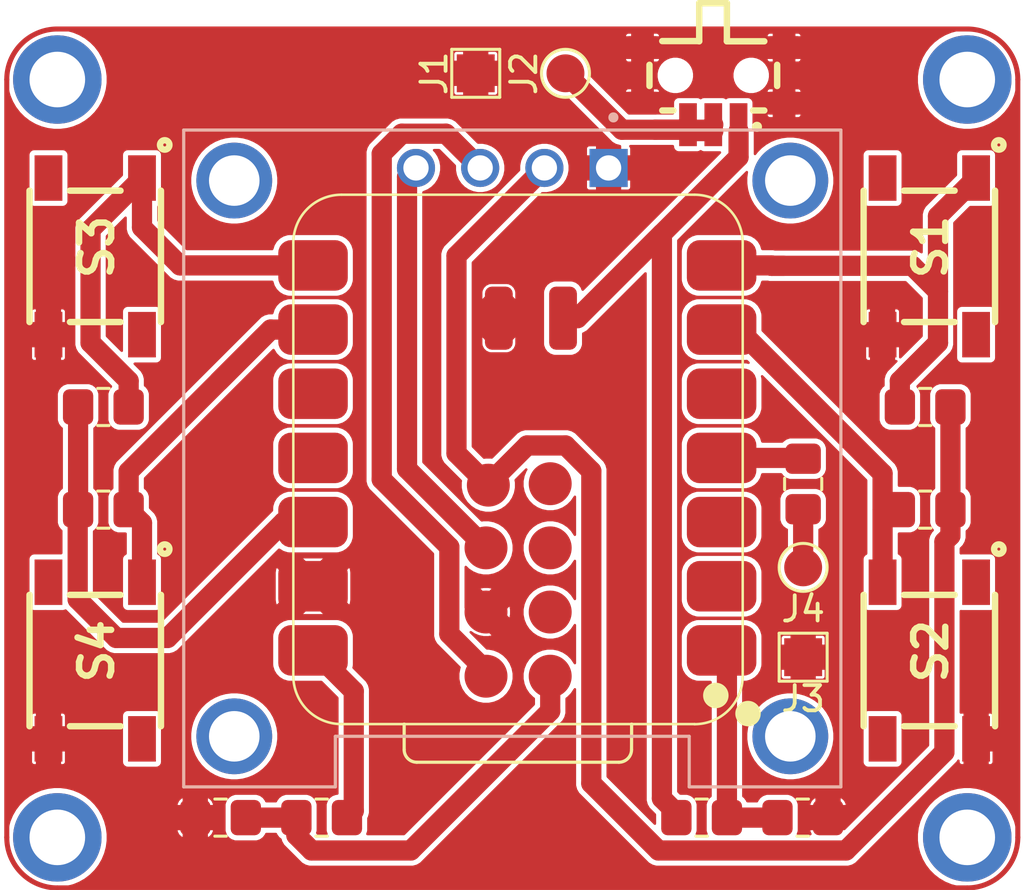
<source format=kicad_pcb>
(kicad_pcb (version 20241229) (generator "pcbnew") (generator_version "9.0")
  (layers (0 "F.Cu" signal) (2 "B.Cu" signal) (13 "F.Paste" user) (15 "B.Paste" user) (5 "F.SilkS" user "F.Silkscreen") (7 "B.SilkS" user "B.Silkscreen") (1 "F.Mask" user) (3 "B.Mask" user) (25 "Edge.Cuts" user))
  (net 0 "")
  (net 14 "GND")
  (net 15 "+BATT")
  (net 16 "SPK")
  (net 17 "DIV_BATT")
  (net 18 "+BATT_SW")
  (net 19 "DIV_CHARGE")
  (net 20 "+5V")
  (net 21 "+3V3")
  (net 22 "PB2")
  (net 23 "PB1")
  (net 24 "PB3")
  (net 25 "PB4")
  (net 26 "SCL")
  (net 27 "SDA")
  (net 28 "Net-(J4-Pin_1)")
  (footprint "MountingHole:MountingHole_2.2mm_M2_ISO7380_Pad_TopBottom" (layer "F.Cu") (at 134 64)
    (property "Reference" "REF**" (hide yes))
    (property "Value" "MountingHole_2.2mm_M2_ISO7380_Pad_TopBottom" (hide yes))
    (pad "1" thru_hole circle (at 0 0) (size 2.6 2.6) (drill 2.2) (layers "*.Cu" "*.Mask"))
    (pad "1" connect circle (at 0 0) (size 3.5 3.5) (layers "F.Cu" "F.Mask"))
    (pad "1" connect circle (at 0 0) (size 3.5 3.5) (layers "B.Cu" "B.Mask"))
  )
  (footprint "Library:SKQGAKE010" (layer "F.Cu") (at 99.5 71 -90)
    (property "Reference" "S3" (at -0.37 -0.055 90) (layer "F.SilkS") (effects (font (size 1.27 1.27) (thickness 0.254))))
    (property "Value" "SKQGAKE010" (hide yes))
    (fp_line (start -2.6 2.6) (end 2.6 2.6) (stroke (width 0.254)) (layer "F.SilkS"))
    (fp_line (start -2.6 -1) (end -2.6 1) (stroke (width 0.254)) (layer "F.SilkS"))
    (fp_line (start 2.6 -1) (end 2.6 1) (stroke (width 0.254)) (layer "F.SilkS"))
    (fp_line (start -2.6 -2.6) (end 2.6 -2.6) (stroke (width 0.254)) (layer "F.SilkS"))
    (fp_circle (center -4.411 -2.749) (end -4.411 -2.68933) (stroke (width 0.254)) (fill no) (layer "F.SilkS"))
    (pad "1" smd rect (at -3.1 -1.85) (size 1.1 1.8) (layers "F.Cu" "F.Mask" "F.Paste") (net 24 "PB3"))
    (pad "2" smd rect (at 3.1 -1.85) (size 1.1 1.8) (layers "F.Cu" "F.Mask" "F.Paste"))
    (pad "3" smd rect (at -3.1 1.85) (size 1.1 1.8) (layers "F.Cu" "F.Mask" "F.Paste"))
    (pad "4" smd rect (at 3.1 1.85) (size 1.1 1.8) (layers "F.Cu" "F.Mask" "F.Paste") (net 14 "GND"))
  )
  (footprint "TestPoint:TestPoint_Pad_D1.5mm" (layer "F.Cu") (at 127.508 83.312 180)
    (property "Reference" "J4" (at 0 -1.648 0) (layer "F.SilkS"))
    (property "Value" "SPK")
    (fp_circle (center 0 0) (end 0 0.95) (stroke (width 0.12)) (fill no) (layer "F.SilkS"))
    (pad "1" smd circle (at 0 0 180) (size 1.5 1.5) (layers "F.Cu" "F.Mask") (net 28 "Net-(J4-Pin_1)"))
  )
  (footprint "PCB_K3-1293S-E2:SW-TH_K3-1293S-E2" (layer "F.Cu") (at 123.952 64.262 -90)
    (property "Reference" "SW1" (hide yes))
    (property "Value" "K3-1293S-E2" (hide yes))
    (fp_line (start -0.0066 2.524) (end -0.8442 2.524) (stroke (width 0.254)) (layer "F.SilkS"))
    (fp_line (start -1.784 2.0189) (end -1.784 0.557) (stroke (width 0.254)) (layer "F.SilkS"))
    (fp_line (start 0.963 1.5811) (end 0.963 2.0189) (stroke (width 0.254)) (layer "F.SilkS"))
    (fp_line (start -3.283 0.557) (end -1.7753 0.557) (stroke (width 0.254)) (layer "F.SilkS"))
    (fp_line (start -3.283 -0.5388) (end -3.283 0.557) (stroke (width 0.254)) (layer "F.SilkS"))
    (fp_line (start -1.7753 -0.5388) (end -3.283 -0.5388) (stroke (width 0.254)) (layer "F.SilkS"))
    (fp_line (start -1.7753 -0.5388) (end -1.7753 -2.0188) (stroke (width 0.254)) (layer "F.SilkS"))
    (fp_line (start 0.963 -2.0188) (end 0.963 -1.5811) (stroke (width 0.254)) (layer "F.SilkS"))
    (fp_line (start -0.8442 -2.527) (end -0.0066 -2.527) (stroke (width 0.254)) (layer "F.SilkS"))
    (fp_circle (center 1.609 -1.728) (end 1.7091 -1.728) (stroke (width 0.2)) (fill no) (layer "F.SilkS"))
    (pad "" np_thru_hole circle (at -0.4253 -1.5011 270) (size 0.9 0.9) (drill 0.9) (layers "*.Cu" "*.Mask"))
    (pad "" np_thru_hole circle (at -0.4253 1.5011 270) (size 0.9 0.9) (drill 0.9) (layers "*.Cu" "*.Mask"))
    (pad "1" smd rect (at 1.5254 -1 270) (size 1.7 0.7) (layers "F.Cu" "F.Mask" "F.Paste") (net 18 "+BATT_SW"))
    (pad "2" smd rect (at 1.5254 0 270) (size 1.7 0.7) (layers "F.Cu" "F.Mask" "F.Paste") (net 15 "+BATT"))
    (pad "3" smd rect (at 1.5254 1 270) (size 1.7 0.7) (layers "F.Cu" "F.Mask" "F.Paste") (net 15 "+BATT"))
    (pad "4" smd rect (at -1.5253 2.8001) (size 1.1 0.9) (layers "F.Cu" "F.Mask" "F.Paste") (net 14 "GND"))
    (pad "5" smd rect (at 0.6745 2.8001) (size 1.1 0.9) (layers "F.Cu" "F.Mask" "F.Paste") (net 14 "GND"))
    (pad "6" smd rect (at 0.6745 -2.8001) (size 1.1 0.9) (layers "F.Cu" "F.Mask" "F.Paste") (net 14 "GND"))
    (pad "7" smd rect (at -1.5253 -2.8001) (size 1.1 0.9) (layers "F.Cu" "F.Mask" "F.Paste") (net 14 "GND"))
  )
  (footprint "Resistor_SMD:R_0805_2012Metric_Pad1.20x1.40mm_HandSolder" (layer "F.Cu") (at 123.492 93.218)
    (property "Reference" "R2" (hide yes))
    (property "Value" "R" (hide yes))
    (fp_line (start -0.227064 -0.735) (end 0.227064 -0.735) (stroke (width 0.12)) (layer "F.SilkS"))
    (fp_line (start -0.227064 0.735) (end 0.227064 0.735) (stroke (width 0.12)) (layer "F.SilkS"))
    (pad "1" smd roundrect (at -1 0) (size 1.2 1.4) (layers "F.Cu" "F.Mask" "F.Paste") (roundrect_rratio 0.208333) (net 18 "+BATT_SW"))
    (pad "2" smd roundrect (at 1 0) (size 1.2 1.4) (layers "F.Cu" "F.Mask" "F.Paste") (roundrect_rratio 0.208333) (net 17 "DIV_BATT"))
  )
  (footprint "Resistor_SMD:R_0805_2012Metric_Pad1.20x1.40mm_HandSolder" (layer "F.Cu") (at 104.458 93.218 180)
    (property "Reference" "R4" (hide yes))
    (property "Value" "R" (hide yes))
    (fp_line (start -0.227064 0.735) (end 0.227064 0.735) (stroke (width 0.12)) (layer "F.SilkS"))
    (fp_line (start -0.227064 -0.735) (end 0.227064 -0.735) (stroke (width 0.12)) (layer "F.SilkS"))
    (pad "1" smd roundrect (at -1 0 180) (size 1.2 1.4) (layers "F.Cu" "F.Mask" "F.Paste") (roundrect_rratio 0.208333) (net 19 "DIV_CHARGE"))
    (pad "2" smd roundrect (at 1 0 180) (size 1.2 1.4) (layers "F.Cu" "F.Mask" "F.Paste") (roundrect_rratio 0.208333) (net 14 "GND"))
  )
  (footprint "TestPoint:TestPoint_Pad_D1.5mm" (layer "F.Cu") (at 118.104 63.754 90)
    (property "Reference" "J2" (at 0 -1.648 90) (layer "F.SilkS"))
    (property "Value" "BAT")
    (fp_circle (center 0 0) (end 0 0.95) (stroke (width 0.12)) (fill no) (layer "F.SilkS"))
    (pad "1" smd circle (at 0 0 90) (size 1.5 1.5) (layers "F.Cu" "F.Mask") (net 15 "+BATT"))
  )
  (footprint "MountingHole:MountingHole_2.2mm_M2_ISO7380_Pad_TopBottom" (layer "F.Cu") (at 98 94)
    (property "Reference" "REF**" (hide yes))
    (property "Value" "MountingHole_2.2mm_M2_ISO7380_Pad_TopBottom" (hide yes))
    (pad "1" thru_hole circle (at 0 0) (size 2.6 2.6) (drill 2.2) (layers "*.Cu" "*.Mask"))
    (pad "1" connect circle (at 0 0) (size 3.5 3.5) (layers "F.Cu" "F.Mask"))
    (pad "1" connect circle (at 0 0) (size 3.5 3.5) (layers "B.Cu" "B.Mask"))
  )
  (footprint "Resistor_SMD:R_0805_2012Metric_Pad1.20x1.40mm_HandSolder" (layer "F.Cu") (at 127.508 80.01 -90)
    (property "Reference" "R9" (hide yes))
    (property "Value" "R" (hide yes))
    (fp_line (start -0.227064 0.735) (end 0.227064 0.735) (stroke (width 0.12)) (layer "F.SilkS"))
    (fp_line (start -0.227064 -0.735) (end 0.227064 -0.735) (stroke (width 0.12)) (layer "F.SilkS"))
    (pad "1" smd roundrect (at -1 0 270) (size 1.2 1.4) (layers "F.Cu" "F.Mask" "F.Paste") (roundrect_rratio 0.208333) (net 16 "SPK"))
    (pad "2" smd roundrect (at 1 0 270) (size 1.2 1.4) (layers "F.Cu" "F.Mask" "F.Paste") (roundrect_rratio 0.208333) (net 28 "Net-(J4-Pin_1)"))
  )
  (footprint "MountingHole:MountingHole_2.2mm_M2_ISO7380_Pad_TopBottom" (layer "F.Cu") (at 134 94)
    (property "Reference" "REF**" (hide yes))
    (property "Value" "MountingHole_2.2mm_M2_ISO7380_Pad_TopBottom" (hide yes))
    (pad "1" thru_hole circle (at 0 0) (size 2.6 2.6) (drill 2.2) (layers "*.Cu" "*.Mask"))
    (pad "1" connect circle (at 0 0) (size 3.5 3.5) (layers "F.Cu" "F.Mask"))
    (pad "1" connect circle (at 0 0) (size 3.5 3.5) (layers "B.Cu" "B.Mask"))
  )
  (footprint "Library:XIAO-ESP32C6-SMD" (layer "F.Cu") (at 116 79 180)
    (property "Reference" "U1" (hide yes))
    (property "Value" "XIAO-ESP32-S3-SMD" (hide yes))
    (fp_line (start 8.6634 8.5345) (end 8.6634 -8.6105) (stroke (width 0.1)) (layer "F.SilkS"))
    (fp_line (start 6.7584 -10.5155) (end -7.2116 -10.5155) (stroke (width 0.1)) (layer "F.SilkS"))
    (fp_line (start 4.2774 -11.5255) (end 4.2774 -10.5155) (stroke (width 0.127)) (layer "F.SilkS"))
    (fp_line (start -4.217872 -12.0255) (end 3.7774 -12.0255) (stroke (width 0.127)) (layer "F.SilkS"))
    (fp_line (start -4.7216 -10.5155) (end -4.717872 -11.525772) (stroke (width 0.127)) (layer "F.SilkS"))
    (fp_line (start -7.2116 10.4395) (end 6.7584 10.4395) (stroke (width 0.1)) (layer "F.SilkS"))
    (fp_line (start -9.1166 8.5345) (end -9.1166 -8.6105) (stroke (width 0.1)) (layer "F.SilkS"))
    (fp_arc (start 8.6634 8.5345) (mid 8.105438 9.881538) (end 6.7584 10.4395) (stroke (width 0.1)) (layer "F.SilkS"))
    (fp_arc (start 6.7584 -10.5155) (mid 8.105438 -9.957538) (end 8.6634 -8.6105) (stroke (width 0.1)) (layer "F.SilkS"))
    (fp_arc (start 3.7774 -12.0255) (mid 4.130953 -11.879053) (end 4.2774 -11.5255) (stroke (width 0.127)) (layer "F.SilkS"))
    (fp_arc (start -4.717872 -11.525772) (mid -4.571324 -11.879144) (end -4.217872 -12.0255) (stroke (width 0.127)) (layer "F.SilkS"))
    (fp_arc (start -7.2116 10.4395) (mid -8.558638 9.881538) (end -9.1166 8.5345) (stroke (width 0.1)) (layer "F.SilkS"))
    (fp_arc (start -9.1166 -8.6145) (mid -8.558638 -9.961538) (end -7.2116 -10.5195) (stroke (width 0.1)) (layer "F.SilkS"))
    (fp_circle (center -8.0526 -9.3825) (end -8.0526 -9.6365) (stroke (width 0.5)) (fill yes) (layer "F.SilkS"))
    (fp_circle (center -9.3266 -10.0995) (end -9.3266 -10.3535) (stroke (width 0.5)) (fill yes) (layer "F.SilkS"))
    (pad "1" smd roundrect (at -8.2816 -7.5985 180) (size 2.75 2) (layers "F.Cu" "F.Mask" "F.Paste") (net 17 "DIV_BATT"))
    (pad "2" smd roundrect (at -8.2816 -5.0585 180) (size 2.75 2) (layers "F.Cu" "F.Mask" "F.Paste"))
    (pad "3" smd roundrect (at -8.2816 -2.5185 180) (size 2.75 2) (layers "F.Cu" "F.Mask" "F.Paste"))
    (pad "4" smd roundrect (at -8.2816 0.0215 180) (size 2.75 2) (layers "F.Cu" "F.Mask" "F.Paste") (net 16 "SPK"))
    (pad "5" smd roundrect (at -8.2816 2.5615 180) (size 2.75 2) (layers "F.Cu" "F.Mask" "F.Paste"))
    (pad "6" smd roundrect (at -8.2816 5.1015 180) (size 2.75 2) (layers "F.Cu" "F.Mask" "F.Paste") (net 22 "PB2"))
    (pad "7" smd roundrect (at -8.2816 7.6415 180) (size 2.75 2) (layers "F.Cu" "F.Mask" "F.Paste") (net 23 "PB1"))
    (pad "8" smd roundrect (at 7.8834 7.6415 180) (size 2.75 2) (layers "F.Cu" "F.Mask" "F.Paste") (net 24 "PB3"))
    (pad "9" smd roundrect (at 7.8834 5.1015 180) (size 2.75 2) (layers "F.Cu" "F.Mask" "F.Paste") (net 25 "PB4"))
    (pad "10" smd roundrect (at 7.8834 2.5615 180) (size 2.75 2) (layers "F.Cu" "F.Mask" "F.Paste"))
    (pad "11" smd roundrect (at 7.8834 0.0215 180) (size 2.75 2) (layers "F.Cu" "F.Mask" "F.Paste"))
    (pad "12" smd roundrect (at 7.8834 -2.5185 180) (size 2.75 2) (layers "F.Cu" "F.Mask" "F.Paste") (net 21 "+3V3"))
    (pad "13" smd roundrect (at 7.8834 -5.0585 180) (size 2.75 2) (layers "F.Cu" "F.Mask" "F.Paste") (net 14 "GND"))
    (pad "14" smd roundrect (at 7.8834 -7.5985 180) (size 2.75 2) (layers "F.Cu" "F.Mask" "F.Paste") (net 20 "+5V"))
    (pad "15" smd roundrect (at -2.008 5.5532 90) (size 2.5 1.1) (layers "F.Cu" "F.Mask" "F.Paste") (net 18 "+BATT_SW"))
    (pad "16" smd roundrect (at 0.532 5.5532 90) (size 2.5 1.1) (layers "F.Cu" "F.Mask" "F.Paste") (net 14 "GND"))
    (pad "17" smd circle (at -1.5 -8.62 180) (size 1.7 1.7) (layers "F.Cu" "F.Mask" "F.Paste") (net 19 "DIV_CHARGE"))
    (pad "18" smd circle (at 1.04 -8.62 180) (size 1.7 1.7) (layers "F.Cu" "F.Mask" "F.Paste") (net 26 "SCL"))
    (pad "19" smd circle (at -1.5 -6.08 180) (size 1.7 1.7) (layers "F.Cu" "F.Mask" "F.Paste"))
    (pad "20" smd circle (at 1.04 -6.08 180) (size 1.7 1.7) (layers "F.Cu" "F.Mask" "F.Paste") (net 14 "GND"))
    (pad "21" smd circle (at -1.5 -3.54 180) (size 1.7 1.7) (layers "F.Cu" "F.Mask" "F.Paste"))
    (pad "22" smd circle (at 1.04 -3.54 180) (size 1.7 1.7) (layers "F.Cu" "F.Mask" "F.Paste") (net 27 "SDA"))
    (pad "23" smd circle (at -1.5 -1 180) (size 1.7 1.7) (layers "F.Cu" "F.Mask" "F.Paste"))
    (pad "24" smd circle (at 0.9474 -1.0568 180) (size 1.7 1.7) (layers "F.Cu" "F.Mask" "F.Paste") (net 21 "+3V3"))
  )
  (footprint "TestPoint:TestPoint_Pad_1.5x1.5mm" (layer "F.Cu") (at 114.554 63.754 90)
    (property "Reference" "J1" (at 0 -1.648 90) (layer "F.SilkS"))
    (property "Value" "GND")
    (fp_line (start 0.95 -0.95) (end 0.95 0.95) (stroke (width 0.12)) (layer "F.SilkS"))
    (fp_line (start -0.95 -0.95) (end 0.95 -0.95) (stroke (width 0.12)) (layer "F.SilkS"))
    (fp_line (start 0.95 0.95) (end -0.95 0.95) (stroke (width 0.12)) (layer "F.SilkS"))
    (fp_line (start -0.95 0.95) (end -0.95 -0.95) (stroke (width 0.12)) (layer "F.SilkS"))
    (pad "1" smd rect (at 0 0 90) (size 1.5 1.5) (layers "F.Cu" "F.Mask") (net 14 "GND"))
  )
  (footprint "Library:SKQGAKE010" (layer "F.Cu") (at 132.5 71 -90)
    (property "Reference" "S1" (at -0.37 -0.055 90) (layer "F.SilkS") (effects (font (size 1.27 1.27) (thickness 0.254))))
    (property "Value" "SKQGAKE010" (hide yes))
    (fp_line (start -2.6 2.6) (end 2.6 2.6) (stroke (width 0.254)) (layer "F.SilkS"))
    (fp_line (start -2.6 -1) (end -2.6 1) (stroke (width 0.254)) (layer "F.SilkS"))
    (fp_line (start 2.6 -1) (end 2.6 1) (stroke (width 0.254)) (layer "F.SilkS"))
    (fp_line (start -2.6 -2.6) (end 2.6 -2.6) (stroke (width 0.254)) (layer "F.SilkS"))
    (fp_circle (center -4.411 -2.749) (end -4.411 -2.68933) (stroke (width 0.254)) (fill no) (layer "F.SilkS"))
    (pad "1" smd rect (at -3.1 -1.85) (size 1.1 1.8) (layers "F.Cu" "F.Mask" "F.Paste") (net 23 "PB1"))
    (pad "2" smd rect (at 3.1 -1.85) (size 1.1 1.8) (layers "F.Cu" "F.Mask" "F.Paste"))
    (pad "3" smd rect (at -3.1 1.85) (size 1.1 1.8) (layers "F.Cu" "F.Mask" "F.Paste"))
    (pad "4" smd rect (at 3.1 1.85) (size 1.1 1.8) (layers "F.Cu" "F.Mask" "F.Paste") (net 14 "GND"))
  )
  (footprint "Resistor_SMD:R_0805_2012Metric_Pad1.20x1.40mm_HandSolder" (layer "F.Cu") (at 132.334 81.026)
    (property "Reference" "R5" (hide yes))
    (property "Value" "R" (hide yes))
    (fp_line (start -0.227064 -0.735) (end 0.227064 -0.735) (stroke (width 0.12)) (layer "F.SilkS"))
    (fp_line (start -0.227064 0.735) (end 0.227064 0.735) (stroke (width 0.12)) (layer "F.SilkS"))
    (pad "1" smd roundrect (at -1 0) (size 1.2 1.4) (layers "F.Cu" "F.Mask" "F.Paste") (roundrect_rratio 0.208333) (net 22 "PB2"))
    (pad "2" smd roundrect (at 1 0) (size 1.2 1.4) (layers "F.Cu" "F.Mask" "F.Paste") (roundrect_rratio 0.208333) (net 21 "+3V3"))
  )
  (footprint "Resistor_SMD:R_0805_2012Metric_Pad1.20x1.40mm_HandSolder" (layer "F.Cu") (at 99.822 76.962 180)
    (property "Reference" "R7" (hide yes))
    (property "Value" "R" (hide yes))
    (fp_line (start -0.227064 0.735) (end 0.227064 0.735) (stroke (width 0.12)) (layer "F.SilkS"))
    (fp_line (start -0.227064 -0.735) (end 0.227064 -0.735) (stroke (width 0.12)) (layer "F.SilkS"))
    (pad "1" smd roundrect (at -1 0 180) (size 1.2 1.4) (layers "F.Cu" "F.Mask" "F.Paste") (roundrect_rratio 0.208333) (net 24 "PB3"))
    (pad "2" smd roundrect (at 1 0 180) (size 1.2 1.4) (layers "F.Cu" "F.Mask" "F.Paste") (roundrect_rratio 0.208333) (net 21 "+3V3"))
  )
  (footprint "Resistor_SMD:R_0805_2012Metric_Pad1.20x1.40mm_HandSolder" (layer "F.Cu") (at 127.492 93.218)
    (property "Reference" "R1" (hide yes))
    (property "Value" "R" (hide yes))
    (fp_line (start -0.227064 -0.735) (end 0.227064 -0.735) (stroke (width 0.12)) (layer "F.SilkS"))
    (fp_line (start -0.227064 0.735) (end 0.227064 0.735) (stroke (width 0.12)) (layer "F.SilkS"))
    (pad "1" smd roundrect (at -1 0) (size 1.2 1.4) (layers "F.Cu" "F.Mask" "F.Paste") (roundrect_rratio 0.208333) (net 17 "DIV_BATT"))
    (pad "2" smd roundrect (at 1 0) (size 1.2 1.4) (layers "F.Cu" "F.Mask" "F.Paste") (roundrect_rratio 0.208333) (net 14 "GND"))
  )
  (footprint "MountingHole:MountingHole_2.2mm_M2_ISO7380_Pad_TopBottom" (layer "F.Cu") (at 98 64)
    (property "Reference" "REF**" (hide yes))
    (property "Value" "MountingHole_2.2mm_M2_ISO7380_Pad_TopBottom" (hide yes))
    (pad "1" thru_hole circle (at 0 0) (size 2.6 2.6) (drill 2.2) (layers "*.Cu" "*.Mask"))
    (pad "1" connect circle (at 0 0) (size 3.5 3.5) (layers "F.Cu" "F.Mask"))
    (pad "1" connect circle (at 0 0) (size 3.5 3.5) (layers "B.Cu" "B.Mask"))
  )
  (footprint "Library:SKQGAKE010" (layer "F.Cu") (at 132.5 87 -90)
    (property "Reference" "S2" (at -0.37 -0.055 90) (layer "F.SilkS") (effects (font (size 1.27 1.27) (thickness 0.254))))
    (property "Value" "SKQGAKE010" (hide yes))
    (fp_line (start -2.6 2.6) (end 2.6 2.6) (stroke (width 0.254)) (layer "F.SilkS"))
    (fp_line (start -2.6 -1) (end -2.6 1) (stroke (width 0.254)) (layer "F.SilkS"))
    (fp_line (start 2.6 -1) (end 2.6 1) (stroke (width 0.254)) (layer "F.SilkS"))
    (fp_line (start -2.6 -2.6) (end 2.6 -2.6) (stroke (width 0.254)) (layer "F.SilkS"))
    (fp_circle (center -4.411 -2.749) (end -4.411 -2.68933) (stroke (width 0.254)) (fill no) (layer "F.SilkS"))
    (pad "1" smd rect (at -3.1 -1.85) (size 1.1 1.8) (layers "F.Cu" "F.Mask" "F.Paste"))
    (pad "2" smd rect (at 3.1 -1.85) (size 1.1 1.8) (layers "F.Cu" "F.Mask" "F.Paste") (net 14 "GND"))
    (pad "3" smd rect (at -3.1 1.85) (size 1.1 1.8) (layers "F.Cu" "F.Mask" "F.Paste") (net 22 "PB2"))
    (pad "4" smd rect (at 3.1 1.85) (size 1.1 1.8) (layers "F.Cu" "F.Mask" "F.Paste"))
  )
  (footprint "Resistor_SMD:R_0805_2012Metric_Pad1.20x1.40mm_HandSolder" (layer "F.Cu") (at 99.822 81.026 180)
    (property "Reference" "R8" (hide yes))
    (property "Value" "R" (hide yes))
    (fp_line (start -0.227064 0.735) (end 0.227064 0.735) (stroke (width 0.12)) (layer "F.SilkS"))
    (fp_line (start -0.227064 -0.735) (end 0.227064 -0.735) (stroke (width 0.12)) (layer "F.SilkS"))
    (pad "1" smd roundrect (at -1 0 180) (size 1.2 1.4) (layers "F.Cu" "F.Mask" "F.Paste") (roundrect_rratio 0.208333) (net 25 "PB4"))
    (pad "2" smd roundrect (at 1 0 180) (size 1.2 1.4) (layers "F.Cu" "F.Mask" "F.Paste") (roundrect_rratio 0.208333) (net 21 "+3V3"))
  )
  (footprint "Resistor_SMD:R_0805_2012Metric_Pad1.20x1.40mm_HandSolder" (layer "F.Cu") (at 132.334 76.962)
    (property "Reference" "R6" (hide yes))
    (property "Value" "R" (hide yes))
    (fp_line (start -0.227064 -0.735) (end 0.227064 -0.735) (stroke (width 0.12)) (layer "F.SilkS"))
    (fp_line (start -0.227064 0.735) (end 0.227064 0.735) (stroke (width 0.12)) (layer "F.SilkS"))
    (pad "1" smd roundrect (at -1 0) (size 1.2 1.4) (layers "F.Cu" "F.Mask" "F.Paste") (roundrect_rratio 0.208333) (net 23 "PB1"))
    (pad "2" smd roundrect (at 1 0) (size 1.2 1.4) (layers "F.Cu" "F.Mask" "F.Paste") (roundrect_rratio 0.208333) (net 21 "+3V3"))
  )
  (footprint "TestPoint:TestPoint_Pad_1.5x1.5mm" (layer "F.Cu") (at 127.508 86.868 180)
    (property "Reference" "J3" (at 0 -1.648 0) (layer "F.SilkS"))
    (property "Value" "GND")
    (fp_line (start 0.95 0.95) (end -0.95 0.95) (stroke (width 0.12)) (layer "F.SilkS"))
    (fp_line (start 0.95 -0.95) (end 0.95 0.95) (stroke (width 0.12)) (layer "F.SilkS"))
    (fp_line (start -0.95 0.95) (end -0.95 -0.95) (stroke (width 0.12)) (layer "F.SilkS"))
    (fp_line (start -0.95 -0.95) (end 0.95 -0.95) (stroke (width 0.12)) (layer "F.SilkS"))
    (pad "1" smd rect (at 0 0 180) (size 1.5 1.5) (layers "F.Cu" "F.Mask") (net 14 "GND"))
  )
  (footprint "Library:SKQGAKE010" (layer "F.Cu") (at 99.5 87 -90)
    (property "Reference" "S4" (at -0.37 -0.055 90) (layer "F.SilkS") (effects (font (size 1.27 1.27) (thickness 0.254))))
    (property "Value" "SKQGAKE010" (hide yes))
    (fp_line (start -2.6 2.6) (end 2.6 2.6) (stroke (width 0.254)) (layer "F.SilkS"))
    (fp_line (start -2.6 -1) (end -2.6 1) (stroke (width 0.254)) (layer "F.SilkS"))
    (fp_line (start 2.6 -1) (end 2.6 1) (stroke (width 0.254)) (layer "F.SilkS"))
    (fp_line (start -2.6 -2.6) (end 2.6 -2.6) (stroke (width 0.254)) (layer "F.SilkS"))
    (fp_circle (center -4.411 -2.749) (end -4.411 -2.68933) (stroke (width 0.254)) (fill no) (layer "F.SilkS"))
    (pad "1" smd rect (at -3.1 -1.85) (size 1.1 1.8) (layers "F.Cu" "F.Mask" "F.Paste") (net 25 "PB4"))
    (pad "2" smd rect (at 3.1 -1.85) (size 1.1 1.8) (layers "F.Cu" "F.Mask" "F.Paste"))
    (pad "3" smd rect (at -3.1 1.85) (size 1.1 1.8) (layers "F.Cu" "F.Mask" "F.Paste"))
    (pad "4" smd rect (at 3.1 1.85) (size 1.1 1.8) (layers "F.Cu" "F.Mask" "F.Paste") (net 14 "GND"))
  )
  (footprint "Resistor_SMD:R_0805_2012Metric_Pad1.20x1.40mm_HandSolder" (layer "F.Cu") (at 108.458 93.218 180)
    (property "Reference" "R3" (hide yes))
    (property "Value" "R" (hide yes))
    (fp_line (start -0.227064 0.735) (end 0.227064 0.735) (stroke (width 0.12)) (layer "F.SilkS"))
    (fp_line (start -0.227064 -0.735) (end 0.227064 -0.735) (stroke (width 0.12)) (layer "F.SilkS"))
    (pad "1" smd roundrect (at -1 0 180) (size 1.2 1.4) (layers "F.Cu" "F.Mask" "F.Paste") (roundrect_rratio 0.208333) (net 20 "+5V"))
    (pad "2" smd roundrect (at 1 0 180) (size 1.2 1.4) (layers "F.Cu" "F.Mask" "F.Paste") (roundrect_rratio 0.208333) (net 19 "DIV_CHARGE"))
  )
  (footprint "Library:MODULE_DM-OLED096-636" (layer "B.Cu") (at 116 79 180)
    (property "Reference" "U2" (hide yes))
    (property "Value" "DM-OLED096-636" (hide yes))
    (fp_line (start 13 13) (end 13 -13) (stroke (width 0.127)) (layer "B.SilkS"))
    (fp_line (start 13 -13) (end 7 -13) (stroke (width 0.127)) (layer "B.SilkS"))
    (fp_line (start 7 -11) (end -7 -11) (stroke (width 0.127)) (layer "B.SilkS"))
    (fp_line (start 7 -13) (end 7 -11) (stroke (width 0.127)) (layer "B.SilkS"))
    (fp_line (start -7 -11) (end -7 -13) (stroke (width 0.127)) (layer "B.SilkS"))
    (fp_line (start -7 -13) (end -13 -13) (stroke (width 0.127)) (layer "B.SilkS"))
    (fp_line (start -13 13) (end 13 13) (stroke (width 0.127)) (layer "B.SilkS"))
    (fp_line (start -13 -13) (end -13 13) (stroke (width 0.127)) (layer "B.SilkS"))
    (fp_circle (center -4 13.5) (end -3.9 13.5) (stroke (width 0.2)) (fill no) (layer "B.SilkS"))
    (pad "1" thru_hole rect (at -3.81 11.5 180) (size 1.508 1.508) (drill 1) (layers "*.Cu" "*.Mask") (net 14 "GND"))
    (pad "2" thru_hole circle (at -1.27 11.5 180) (size 1.508 1.508) (drill 1) (layers "*.Cu" "*.Mask") (net 21 "+3V3"))
    (pad "3" thru_hole circle (at 1.27 11.5 180) (size 1.508 1.508) (drill 1) (layers "*.Cu" "*.Mask") (net 26 "SCL"))
    (pad "4" thru_hole circle (at 3.81 11.5 180) (size 1.508 1.508) (drill 1) (layers "*.Cu" "*.Mask") (net 27 "SDA"))
    (pad "S1" thru_hole circle (at -11 11 180) (size 3 3) (drill 2) (layers "*.Cu" "*.Mask"))
    (pad "S2" thru_hole circle (at 11 11 180) (size 3 3) (drill 2) (layers "*.Cu" "*.Mask"))
    (pad "S3" thru_hole circle (at 11 -11 180) (size 3 3) (drill 2) (layers "*.Cu" "*.Mask"))
    (pad "S4" thru_hole circle (at -11 -11 180) (size 3 3) (drill 2) (layers "*.Cu" "*.Mask"))
  )
  (gr_line (start 136 64) (end 136 94) (stroke (width 0.2)) (layer "F.Cu") (net 14))
  (gr_arc (start 136 94) (mid 135.414214 95.414214) (end 134 96) (stroke (width 0.2)) (layer "F.Cu") (net 14))
  (gr_line (start 98 62) (end 134 62) (stroke (width 0.2)) (layer "F.Cu") (net 14))
  (gr_arc (start 98 96) (mid 96.585786 95.414214) (end 96 94) (stroke (width 0.2)) (layer "F.Cu") (net 14))
  (gr_line (start 134 96) (end 98 96) (stroke (width 0.2)) (layer "F.Cu") (net 14))
  (gr_line (start 96 94) (end 96 64) (stroke (width 0.2)) (layer "F.Cu") (net 14))
  (gr_arc (start 134 62) (mid 135.414214 62.585786) (end 136 64) (stroke (width 0.2)) (layer "F.Cu") (net 14))
  (gr_arc (start 96 64) (mid 96.585786 62.585786) (end 98 62) (stroke (width 0.2)) (layer "F.Cu") (net 14))
  (segment (start 123.952 66.0414) (end 122.952 66.0414) (width 0.8) (layer "F.Cu") (net 15))
  (segment (start 120.3375 65.9875) (end 118.104 63.754) (width 0.8) (layer "F.Cu") (net 15))
  (segment (start 122.7519 65.9875) (end 121.666 65.9875) (width 0.8) (layer "F.Cu") (net 15))
  (segment (start 122.952 65.7874) (end 122.7519 65.9875) (width 0.8) (layer "F.Cu") (net 15))
  (segment (start 123.952 65.7874) (end 123.7519 65.9875) (width 0.8) (layer "F.Cu") (net 15))
  (segment (start 123.7519 65.9875) (end 121.666 65.9875) (width 0.8) (layer "F.Cu") (net 15))
  (segment (start 121.666 65.9875) (end 120.3375 65.9875) (width 0.8) (layer "F.Cu") (net 15))
  (segment (start 127.4765 78.9785) (end 127.508 79.01) (width 0.8) (layer "F.Cu") (net 16))
  (segment (start 124.2816 78.9785) (end 127.4765 78.9785) (width 0.8) (layer "F.Cu") (net 16))
  (segment (start 124.492 93.218) (end 124.492 86.0349) (width 0.8) (layer "F.Cu") (net 17))
  (segment (start 126.492 93.218) (end 124.492 93.218) (width 0.8) (layer "F.Cu") (net 17))
  (segment (start 124.5 86.8169) (end 124.2816 86.5985) (width 0.8) (layer "F.Cu") (net 17))
  (segment (start 118.5772 73.4468) (end 120.904 71.12) (width 0.8) (layer "F.Cu") (net 18))
  (segment (start 120.904 71.12) (end 124.952 67.072) (width 0.8) (layer "F.Cu") (net 18))
  (segment (start 122.492 93.218) (end 122.492 93.028) (width 0.8) (layer "F.Cu") (net 18))
  (segment (start 122.492 93.028) (end 121.92 92.456) (width 0.8) (layer "F.Cu") (net 18))
  (segment (start 121.92 70.104) (end 120.904 71.12) (width 0.8) (layer "F.Cu") (net 18))
  (segment (start 124.952 67.072) (end 124.952 66.0414) (width 0.8) (layer "F.Cu") (net 18))
  (segment (start 118.008 73.4468) (end 118.5772 73.4468) (width 0.8) (layer "F.Cu") (net 18))
  (segment (start 121.92 92.456) (end 121.92 70.104) (width 0.8) (layer "F.Cu") (net 18))
  (segment (start 117.5 89.002) (end 111.983 94.519) (width 0.8) (layer "F.Cu") (net 19))
  (segment (start 107.458 93.918) (end 107.458 93.218) (width 0.8) (layer "F.Cu") (net 19))
  (segment (start 117.5 87.62) (end 117.5 89.002) (width 0.8) (layer "F.Cu") (net 19))
  (segment (start 108.059 94.519) (end 107.458 93.918) (width 0.8) (layer "F.Cu") (net 19))
  (segment (start 111.983 94.519) (end 108.059 94.519) (width 0.8) (layer "F.Cu") (net 19))
  (segment (start 105.458 93.218) (end 107.458 93.218) (width 0.8) (layer "F.Cu") (net 19))
  (segment (start 109.728 92.948) (end 109.728 88.2099) (width 0.8) (layer "F.Cu") (net 20))
  (segment (start 109.458 93.218) (end 109.728 92.948) (width 0.8) (layer "F.Cu") (net 20))
  (segment (start 109.728 88.2099) (end 108.1166 86.5985) (width 0.8) (layer "F.Cu") (net 20))
  (segment (start 118.11 78.486) (end 119.126 79.502) (width 0.8) (layer "F.Cu") (net 21))
  (segment (start 133.096 82.296) (end 133.334 82.058) (width 0.8) (layer "F.Cu") (net 21))
  (segment (start 116.586 78.486) (end 118.11 78.486) (width 0.8) (layer "F.Cu") (net 21))
  (segment (start 115.0526 80.0194) (end 116.586 78.486) (width 0.8) (layer "F.Cu") (net 21))
  (segment (start 106.9495 81.5185) (end 102.362 86.106) (width 0.8) (layer "F.Cu") (net 21))
  (segment (start 102.362 86.106) (end 100.33 86.106) (width 0.8) (layer "F.Cu") (net 21))
  (segment (start 133.334 82.058) (end 133.334 81.026) (width 0.8) (layer "F.Cu") (net 21))
  (segment (start 98.822 81.026) (end 98.822 76.962) (width 0.8) (layer "F.Cu") (net 21))
  (segment (start 119.126 79.502) (end 119.126 91.862424) (width 0.8) (layer "F.Cu") (net 21))
  (segment (start 121.782576 94.519) (end 129.201424 94.519) (width 0.8) (layer "F.Cu") (net 21))
  (segment (start 108.1166 81.5185) (end 106.9495 81.5185) (width 0.8) (layer "F.Cu") (net 21))
  (segment (start 119.126 91.862424) (end 121.782576 94.519) (width 0.8) (layer "F.Cu") (net 21))
  (segment (start 115.0526 80.0568) (end 115.0526 80.0194) (width 0.8) (layer "F.Cu") (net 21))
  (segment (start 113.792 78.7962) (end 115.0526 80.0568) (width 0.8) (layer "F.Cu") (net 21))
  (segment (start 133.096 90.624424) (end 133.096 82.296) (width 0.8) (layer "F.Cu") (net 21))
  (segment (start 129.201424 94.519) (end 133.096 90.624424) (width 0.8) (layer "F.Cu") (net 21))
  (segment (start 98.806 84.582) (end 98.806 81.264) (width 0.8) (layer "F.Cu") (net 21))
  (segment (start 133.334 76.962) (end 133.334 81.026) (width 0.8) (layer "F.Cu") (net 21))
  (segment (start 113.792 70.978) (end 113.792 78.7962) (width 0.8) (layer "F.Cu") (net 21))
  (segment (start 100.33 86.106) (end 98.806 84.582) (width 0.8) (layer "F.Cu") (net 21))
  (segment (start 117.27 67.5) (end 113.792 70.978) (width 0.8) (layer "F.Cu") (net 21))
  (segment (start 130.65 81.026) (end 130.65 79.596) (width 0.8) (layer "F.Cu") (net 22))
  (segment (start 130.65 79.596) (end 124.9525 73.8985) (width 0.8) (layer "F.Cu") (net 22))
  (segment (start 124.9525 73.8985) (end 124.2816 73.8985) (width 0.8) (layer "F.Cu") (net 22))
  (segment (start 130.65 83.9) (end 130.65 81.026) (width 0.8) (layer "F.Cu") (net 22))
  (segment (start 131.334 81.026) (end 130.65 81.026) (width 0.8) (layer "F.Cu") (net 22))
  (segment (start 131.588 75.676) (end 132.842 74.422) (width 0.8) (layer "F.Cu") (net 23))
  (segment (start 132.842 69.408) (end 134.35 67.9) (width 0.8) (layer "F.Cu") (net 23))
  (segment (start 132.842 71.374) (end 132.842 71.12) (width 0.8) (layer "F.Cu") (net 23))
  (segment (start 126.2421 71.3585) (end 124.2816 71.3585) (width 0.8) (layer "F.Cu") (net 23))
  (segment (start 131.826 71.374) (end 126.2576 71.374) (width 0.8) (layer "F.Cu") (net 23))
  (segment (start 132.842 72.39) (end 131.826 71.374) (width 0.8) (layer "F.Cu") (net 23))
  (segment (start 132.842 74.422) (end 132.842 71.374) (width 0.8) (layer "F.Cu") (net 23))
  (segment (start 126.2576 71.374) (end 126.746 71.374) (width 0.8) (layer "F.Cu") (net 23))
  (segment (start 126.2576 71.374) (end 126.2421 71.3585) (width 0.8) (layer "F.Cu") (net 23))
  (segment (start 131.334 76.962) (end 131.334 75.93) (width 0.8) (layer "F.Cu") (net 23))
  (segment (start 132.842 71.12) (end 132.842 69.408) (width 0.8) (layer "F.Cu") (net 23))
  (segment (start 131.334 75.93) (end 132.842 74.422) (width 0.8) (layer "F.Cu") (net 23))
  (segment (start 99.314 74.422) (end 99.314 69.936) (width 0.8) (layer "F.Cu") (net 24))
  (segment (start 102.8545 71.3585) (end 101.35 69.854) (width 0.8) (layer "F.Cu") (net 24))
  (segment (start 100.822 75.93) (end 99.314 74.422) (width 0.8) (layer "F.Cu") (net 24))
  (segment (start 100.822 76.962) (end 100.822 75.93) (width 0.8) (layer "F.Cu") (net 24))
  (segment (start 99.314 69.936) (end 101.35 67.9) (width 0.8) (layer "F.Cu") (net 24))
  (segment (start 108.1166 71.3585) (end 102.8545 71.3585) (width 0.8) (layer "F.Cu") (net 24))
  (segment (start 101.35 67.9) (end 101.35 69.854) (width 0.8) (layer "F.Cu") (net 24))
  (segment (start 106.1561 74.1839) (end 104.394 75.946) (width 0.8) (layer "F.Cu") (net 25))
  (segment (start 100.822 79.518) (end 106.4415 73.8985) (width 0.8) (layer "F.Cu") (net 25))
  (segment (start 108.1166 73.8985) (end 106.4415 73.8985) (width 0.8) (layer "F.Cu") (net 25))
  (segment (start 101.35 83.9) (end 101.35 81.554) (width 0.8) (layer "F.Cu") (net 25))
  (segment (start 101.35 81.554) (end 100.822 81.026) (width 0.8) (layer "F.Cu") (net 25))
  (segment (start 106.4415 73.8985) (end 104.394 75.946) (width 0.8) (layer "F.Cu") (net 25))
  (segment (start 100.822 81.026) (end 100.822 79.518) (width 0.8) (layer "F.Cu") (net 25))
  (segment (start 114.96 87.62) (end 114.96 87.401) (width 0.8) (layer "F.Cu") (net 26))
  (segment (start 113.375 66.145) (end 114.73 67.5) (width 0.8) (layer "F.Cu") (net 26))
  (segment (start 110.835 66.93874) (end 111.62874 66.145) (width 0.8) (layer "F.Cu") (net 26))
  (segment (start 110.835 79.830628) (end 110.835 66.93874) (width 0.8) (layer "F.Cu") (net 26))
  (segment (start 114.96 87.401) (end 113.509 85.95) (width 0.8) (layer "F.Cu") (net 26))
  (segment (start 113.509 82.504628) (end 110.835 79.830628) (width 0.8) (layer "F.Cu") (net 26))
  (segment (start 111.62874 66.145) (end 113.375 66.145) (width 0.8) (layer "F.Cu") (net 26))
  (segment (start 113.509 85.95) (end 113.509 82.504628) (width 0.8) (layer "F.Cu") (net 26))
  (segment (start 111.836 67.854) (end 112.19 67.5) (width 0.8) (layer "F.Cu") (net 27))
  (segment (start 114.96 82.54) (end 111.836 79.416) (width 0.8) (layer "F.Cu") (net 27))
  (segment (start 111.836 79.416) (end 111.836 67.854) (width 0.8) (layer "F.Cu") (net 27))
  (segment (start 127.508 83.312) (end 127.508 81.01) (width 0.8) (layer "F.Cu") (net 28))
  (zone (net 14) (net_name "GND") (layer "F.Cu") (connect_pads (clearance 0.1)) (min_thickness 0.1) (fill yes (thermal_gap 0.1) (thermal_bridge_width 1))
    (polygon (pts (xy 96 63.444) (xy 97.444 62) (xy 134.556 62) (xy 136 63.444) (xy 136 94.556) (xy 134.556 96) (xy 97.444 96) (xy 96 94.556)))
  )
)
</source>
